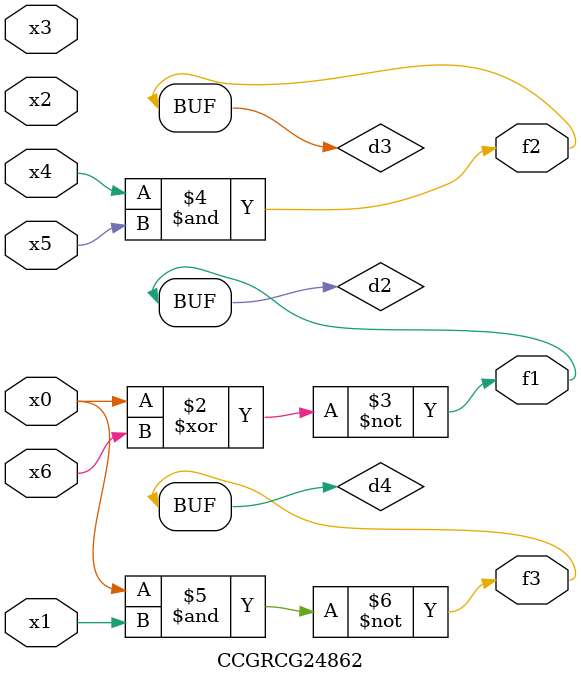
<source format=v>
module CCGRCG24862(
	input x0, x1, x2, x3, x4, x5, x6,
	output f1, f2, f3
);

	wire d1, d2, d3, d4;

	nor (d1, x0);
	xnor (d2, x0, x6);
	and (d3, x4, x5);
	nand (d4, x0, x1);
	assign f1 = d2;
	assign f2 = d3;
	assign f3 = d4;
endmodule

</source>
